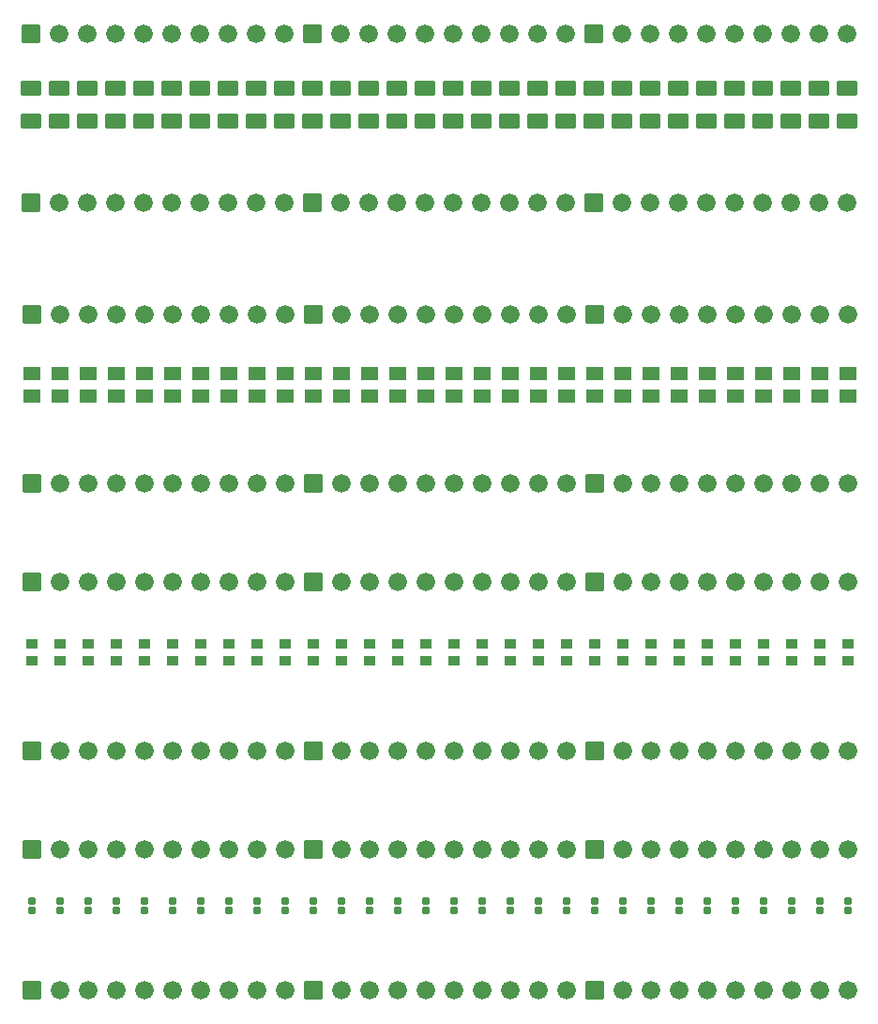
<source format=gts>
G04 Layer: TopSolderMaskLayer*
G04 EasyEDA v6.5.22, 2023-04-04 18:07:08*
G04 a67cddfb3fce44daa9051d46cbbcc19f,10*
G04 Gerber Generator version 0.2*
G04 Scale: 100 percent, Rotated: No, Reflected: No *
G04 Dimensions in inches *
G04 leading zeros omitted , absolute positions ,3 integer and 6 decimal *
%FSLAX36Y36*%
%MOIN*%

%AMMACRO1*1,1,$1,$2,$3*1,1,$1,$4,$5*1,1,$1,0-$2,0-$3*1,1,$1,0-$4,0-$5*20,1,$1,$2,$3,$4,$5,0*20,1,$1,$4,$5,0-$2,0-$3,0*20,1,$1,0-$2,0-$3,0-$4,0-$5,0*20,1,$1,0-$4,0-$5,$2,$3,0*4,1,4,$2,$3,$4,$5,0-$2,0-$3,0-$4,0-$5,$2,$3,0*%
%ADD10C,0.0660*%
%ADD11MACRO1,0.004X-0.031X0.031X0.031X0.031*%
%ADD12MACRO1,0.004X-0.0271X0.0223X0.0271X0.0223*%
%ADD13MACRO1,0.004X-0.0271X-0.0223X0.0271X-0.0223*%
%ADD14MACRO1,0.004X-0.017X0.0159X0.017X0.0159*%
%ADD15MACRO1,0.004X-0.017X-0.0159X0.017X-0.0159*%
%ADD16MACRO1,0.004X-0.0106X0.0111X0.0106X0.0111*%
%ADD17MACRO1,0.004X-0.0106X-0.0111X0.0106X-0.0111*%
%ADD18MACRO1,0.004X-0.0335X0.0238X0.0335X0.0238*%
%ADD19MACRO1,0.004X-0.0335X-0.0238X0.0335X-0.0238*%
%ADD20C,0.0130*%

%LPD*%
D10*
G01*
X2453140Y2603139D03*
G01*
X2353140Y2603139D03*
G01*
X2253140Y2603139D03*
G01*
X2153140Y2603139D03*
G01*
X2053140Y2603139D03*
G01*
X1953140Y2603139D03*
G01*
X1853140Y2603139D03*
G01*
X1753140Y2603139D03*
G01*
X1653140Y2603139D03*
D11*
G01*
X1553143Y2603143D03*
D10*
G01*
X2453140Y2003139D03*
G01*
X2353140Y2003139D03*
G01*
X2253140Y2003139D03*
G01*
X2153140Y2003139D03*
G01*
X2053140Y2003139D03*
G01*
X1953140Y2003139D03*
G01*
X1853140Y2003139D03*
G01*
X1753140Y2003139D03*
G01*
X1653140Y2003139D03*
D11*
G01*
X1553143Y2003143D03*
D10*
G01*
X1453149Y1653139D03*
G01*
X1353149Y1653139D03*
G01*
X1253149Y1653139D03*
G01*
X1153149Y1653139D03*
G01*
X1053149Y1653139D03*
G01*
X953149Y1653139D03*
G01*
X853149Y1653139D03*
G01*
X753150Y1653139D03*
G01*
X653150Y1653139D03*
D11*
G01*
X553145Y1653144D03*
D10*
G01*
X1453149Y1053150D03*
G01*
X1353149Y1053150D03*
G01*
X1253149Y1053150D03*
G01*
X1153149Y1053150D03*
G01*
X1053149Y1053150D03*
G01*
X953149Y1053150D03*
G01*
X853149Y1053150D03*
G01*
X753150Y1053150D03*
G01*
X653150Y1053150D03*
D11*
G01*
X553145Y1053145D03*
D10*
G01*
X2453140Y1653139D03*
G01*
X2353140Y1653139D03*
G01*
X2253140Y1653139D03*
G01*
X2153140Y1653139D03*
G01*
X2053140Y1653139D03*
G01*
X1953140Y1653139D03*
G01*
X1853140Y1653139D03*
G01*
X1753140Y1653139D03*
G01*
X1653140Y1653139D03*
D11*
G01*
X1553143Y1653144D03*
D10*
G01*
X2453140Y1053150D03*
G01*
X2353140Y1053150D03*
G01*
X2253140Y1053150D03*
G01*
X2153140Y1053150D03*
G01*
X2053140Y1053150D03*
G01*
X1953140Y1053150D03*
G01*
X1853140Y1053150D03*
G01*
X1753140Y1053150D03*
G01*
X1653140Y1053150D03*
D11*
G01*
X1553143Y1053145D03*
D10*
G01*
X3453140Y1653139D03*
G01*
X3353140Y1653139D03*
G01*
X3253140Y1653139D03*
G01*
X3153140Y1653139D03*
G01*
X3053140Y1653139D03*
G01*
X2953140Y1653139D03*
G01*
X2853140Y1653139D03*
G01*
X2753140Y1653139D03*
G01*
X2653140Y1653139D03*
D11*
G01*
X2553142Y1653144D03*
D10*
G01*
X3453140Y1053150D03*
G01*
X3353140Y1053150D03*
G01*
X3253140Y1053150D03*
G01*
X3153140Y1053150D03*
G01*
X3053140Y1053150D03*
G01*
X2953140Y1053150D03*
G01*
X2853140Y1053150D03*
G01*
X2753140Y1053150D03*
G01*
X2653140Y1053150D03*
D11*
G01*
X2553142Y1053145D03*
D12*
G01*
X553146Y2313770D03*
D13*
G01*
X553146Y2392515D03*
D12*
G01*
X653146Y2313770D03*
D13*
G01*
X653146Y2392515D03*
D12*
G01*
X753147Y2313770D03*
D13*
G01*
X753147Y2392515D03*
D12*
G01*
X853146Y2313770D03*
D13*
G01*
X853146Y2392515D03*
D12*
G01*
X953146Y2313770D03*
D13*
G01*
X953146Y2392515D03*
D12*
G01*
X1053146Y2313770D03*
D13*
G01*
X1053146Y2392515D03*
D12*
G01*
X1153146Y2313770D03*
D13*
G01*
X1153146Y2392515D03*
D12*
G01*
X1253146Y2313770D03*
D13*
G01*
X1253146Y2392515D03*
D12*
G01*
X1353144Y2313770D03*
D13*
G01*
X1353144Y2392515D03*
D12*
G01*
X1453144Y2313770D03*
D13*
G01*
X1453144Y2392515D03*
D12*
G01*
X1553144Y2313770D03*
D13*
G01*
X1553144Y2392515D03*
D12*
G01*
X1653144Y2313770D03*
D13*
G01*
X1653144Y2392515D03*
D12*
G01*
X1753144Y2313770D03*
D13*
G01*
X1753144Y2392515D03*
D12*
G01*
X1853143Y2313770D03*
D13*
G01*
X1853143Y2392515D03*
D12*
G01*
X1953143Y2313770D03*
D13*
G01*
X1953143Y2392515D03*
D12*
G01*
X2053143Y2313770D03*
D13*
G01*
X2053143Y2392515D03*
D12*
G01*
X2153143Y2313770D03*
D13*
G01*
X2153143Y2392515D03*
D12*
G01*
X2253143Y2313770D03*
D13*
G01*
X2253143Y2392515D03*
D12*
G01*
X2353143Y2313770D03*
D13*
G01*
X2353143Y2392515D03*
D12*
G01*
X2453143Y2313770D03*
D13*
G01*
X2453143Y2392515D03*
D12*
G01*
X2553143Y2313770D03*
D13*
G01*
X2553143Y2392515D03*
D12*
G01*
X2653143Y2313770D03*
D13*
G01*
X2653143Y2392515D03*
D12*
G01*
X2753143Y2313770D03*
D13*
G01*
X2753143Y2392515D03*
D12*
G01*
X2853142Y2313770D03*
D13*
G01*
X2853142Y2392515D03*
D12*
G01*
X2953142Y2313770D03*
D13*
G01*
X2953142Y2392515D03*
D12*
G01*
X3053142Y2313770D03*
D13*
G01*
X3053142Y2392515D03*
D12*
G01*
X3153142Y2313770D03*
D13*
G01*
X3153142Y2392515D03*
D12*
G01*
X3253142Y2313770D03*
D13*
G01*
X3253142Y2392515D03*
D12*
G01*
X3353141Y2313770D03*
D13*
G01*
X3353141Y2392515D03*
D12*
G01*
X3453141Y2313770D03*
D13*
G01*
X3453141Y2392515D03*
D14*
G01*
X553146Y1373489D03*
D15*
G01*
X553146Y1432800D03*
D14*
G01*
X653146Y1373489D03*
D15*
G01*
X653146Y1432800D03*
D14*
G01*
X753147Y1373489D03*
D15*
G01*
X753147Y1432800D03*
D14*
G01*
X853146Y1373489D03*
D15*
G01*
X853146Y1432800D03*
D14*
G01*
X953146Y1373489D03*
D15*
G01*
X953146Y1432800D03*
D14*
G01*
X1053146Y1373489D03*
D15*
G01*
X1053146Y1432800D03*
D14*
G01*
X1153146Y1373489D03*
D15*
G01*
X1153146Y1432800D03*
D14*
G01*
X1253146Y1373489D03*
D15*
G01*
X1253146Y1432800D03*
D14*
G01*
X1353144Y1373489D03*
D15*
G01*
X1353144Y1432800D03*
D14*
G01*
X1453144Y1373489D03*
D15*
G01*
X1453144Y1432800D03*
D14*
G01*
X1553144Y1373489D03*
D15*
G01*
X1553144Y1432800D03*
D14*
G01*
X1653144Y1373489D03*
D15*
G01*
X1653144Y1432800D03*
D14*
G01*
X1753144Y1373489D03*
D15*
G01*
X1753144Y1432800D03*
D14*
G01*
X1853143Y1373489D03*
D15*
G01*
X1853143Y1432800D03*
D14*
G01*
X1953143Y1373489D03*
D15*
G01*
X1953143Y1432800D03*
D14*
G01*
X2053143Y1373489D03*
D15*
G01*
X2053143Y1432800D03*
D14*
G01*
X2153143Y1373489D03*
D15*
G01*
X2153143Y1432800D03*
D14*
G01*
X2253143Y1373489D03*
D15*
G01*
X2253143Y1432800D03*
D14*
G01*
X2353143Y1373489D03*
D15*
G01*
X2353143Y1432800D03*
D14*
G01*
X2453143Y1373489D03*
D15*
G01*
X2453143Y1432800D03*
D14*
G01*
X2553143Y1373489D03*
D15*
G01*
X2553143Y1432800D03*
D14*
G01*
X2653143Y1373489D03*
D15*
G01*
X2653143Y1432800D03*
D14*
G01*
X2753143Y1373489D03*
D15*
G01*
X2753143Y1432800D03*
D14*
G01*
X2853142Y1373489D03*
D15*
G01*
X2853142Y1432800D03*
D14*
G01*
X2953142Y1373489D03*
D15*
G01*
X2953142Y1432800D03*
D14*
G01*
X3053142Y1373489D03*
D15*
G01*
X3053142Y1432800D03*
D14*
G01*
X3153142Y1373489D03*
D15*
G01*
X3153142Y1432800D03*
D14*
G01*
X3253142Y1373489D03*
D15*
G01*
X3253142Y1432800D03*
D14*
G01*
X3353141Y1373489D03*
D15*
G01*
X3353141Y1432800D03*
D14*
G01*
X3453141Y1373489D03*
D15*
G01*
X3453141Y1432800D03*
D10*
G01*
X1453149Y2603139D03*
G01*
X1353149Y2603139D03*
G01*
X1253149Y2603139D03*
G01*
X1153149Y2603139D03*
G01*
X1053149Y2603139D03*
G01*
X953149Y2603139D03*
G01*
X853149Y2603139D03*
G01*
X753150Y2603139D03*
G01*
X653150Y2603139D03*
D11*
G01*
X553145Y2603143D03*
D10*
G01*
X1453149Y2003139D03*
G01*
X1353149Y2003139D03*
G01*
X1253149Y2003139D03*
G01*
X1153149Y2003139D03*
G01*
X1053149Y2003139D03*
G01*
X953149Y2003139D03*
G01*
X853149Y2003139D03*
G01*
X753150Y2003139D03*
G01*
X653150Y2003139D03*
D11*
G01*
X553145Y2003143D03*
D10*
G01*
X3453140Y2603139D03*
G01*
X3353140Y2603139D03*
G01*
X3253140Y2603139D03*
G01*
X3153140Y2603139D03*
G01*
X3053140Y2603139D03*
G01*
X2953140Y2603139D03*
G01*
X2853140Y2603139D03*
G01*
X2753140Y2603139D03*
G01*
X2653140Y2603139D03*
D11*
G01*
X2553142Y2603143D03*
D10*
G01*
X3453140Y2003139D03*
G01*
X3353140Y2003139D03*
G01*
X3253140Y2003139D03*
G01*
X3153140Y2003139D03*
G01*
X3053140Y2003139D03*
G01*
X2953140Y2003139D03*
G01*
X2853140Y2003139D03*
G01*
X2753140Y2003139D03*
G01*
X2653140Y2003139D03*
D11*
G01*
X2553142Y2003143D03*
D10*
G01*
X1453149Y703150D03*
G01*
X1353149Y703150D03*
G01*
X1253149Y703150D03*
G01*
X1153149Y703150D03*
G01*
X1053149Y703150D03*
G01*
X953149Y703150D03*
G01*
X853149Y703150D03*
G01*
X753150Y703150D03*
G01*
X653150Y703150D03*
D11*
G01*
X553145Y703146D03*
D10*
G01*
X1453149Y203150D03*
G01*
X1353149Y203150D03*
G01*
X1253149Y203150D03*
G01*
X1153149Y203150D03*
G01*
X1053149Y203150D03*
G01*
X953149Y203150D03*
G01*
X853149Y203150D03*
G01*
X753150Y203150D03*
G01*
X653150Y203150D03*
D11*
G01*
X553145Y203148D03*
D10*
G01*
X2453140Y703150D03*
G01*
X2353140Y703150D03*
G01*
X2253140Y703150D03*
G01*
X2153140Y703150D03*
G01*
X2053140Y703150D03*
G01*
X1953140Y703150D03*
G01*
X1853140Y703150D03*
G01*
X1753140Y703150D03*
G01*
X1653140Y703150D03*
D11*
G01*
X1553143Y703146D03*
D10*
G01*
X2453140Y203150D03*
G01*
X2353140Y203150D03*
G01*
X2253140Y203150D03*
G01*
X2153140Y203150D03*
G01*
X2053140Y203150D03*
G01*
X1953140Y203150D03*
G01*
X1853140Y203150D03*
G01*
X1753140Y203150D03*
G01*
X1653140Y203150D03*
D11*
G01*
X1553143Y203148D03*
D10*
G01*
X3453140Y703150D03*
G01*
X3353140Y703150D03*
G01*
X3253140Y703150D03*
G01*
X3153140Y703150D03*
G01*
X3053140Y703150D03*
G01*
X2953140Y703150D03*
G01*
X2853140Y703150D03*
G01*
X2753140Y703150D03*
G01*
X2653140Y703150D03*
D11*
G01*
X2553142Y703146D03*
D10*
G01*
X3453140Y203150D03*
G01*
X3353140Y203150D03*
G01*
X3253140Y203150D03*
G01*
X3153140Y203150D03*
G01*
X3053140Y203150D03*
G01*
X2953140Y203150D03*
G01*
X2853140Y203150D03*
G01*
X2753140Y203150D03*
G01*
X2653140Y203150D03*
D11*
G01*
X2553142Y203148D03*
D16*
G01*
X553146Y486106D03*
D17*
G01*
X553146Y520187D03*
D16*
G01*
X653146Y486106D03*
D17*
G01*
X653146Y520187D03*
D16*
G01*
X753146Y486106D03*
D17*
G01*
X753146Y520187D03*
D16*
G01*
X853145Y486106D03*
D17*
G01*
X853145Y520187D03*
D16*
G01*
X953145Y486106D03*
D17*
G01*
X953145Y520187D03*
D16*
G01*
X1053145Y486106D03*
D17*
G01*
X1053145Y520187D03*
D16*
G01*
X1153145Y486106D03*
D17*
G01*
X1153145Y520187D03*
D16*
G01*
X1253145Y486106D03*
D17*
G01*
X1253145Y520187D03*
D16*
G01*
X1353144Y486106D03*
D17*
G01*
X1353144Y520187D03*
D16*
G01*
X1453144Y486106D03*
D17*
G01*
X1453144Y520187D03*
D16*
G01*
X1553144Y486106D03*
D17*
G01*
X1553144Y520187D03*
D16*
G01*
X1653144Y486106D03*
D17*
G01*
X1653144Y520187D03*
D16*
G01*
X1753144Y486106D03*
D17*
G01*
X1753144Y520187D03*
D16*
G01*
X1853144Y486106D03*
D17*
G01*
X1853144Y520187D03*
D16*
G01*
X1953144Y486106D03*
D17*
G01*
X1953144Y520187D03*
D16*
G01*
X2053144Y486106D03*
D17*
G01*
X2053144Y520187D03*
D16*
G01*
X2153144Y486106D03*
D17*
G01*
X2153144Y520187D03*
D16*
G01*
X2253144Y486106D03*
D17*
G01*
X2253144Y520187D03*
D16*
G01*
X2353143Y486106D03*
D17*
G01*
X2353143Y520187D03*
D16*
G01*
X2453143Y486106D03*
D17*
G01*
X2453143Y520187D03*
D16*
G01*
X2553143Y486106D03*
D17*
G01*
X2553143Y520187D03*
D16*
G01*
X2653143Y486106D03*
D17*
G01*
X2653143Y520187D03*
D16*
G01*
X2753143Y486106D03*
D17*
G01*
X2753143Y520187D03*
D16*
G01*
X2853141Y486106D03*
D17*
G01*
X2853141Y520187D03*
D16*
G01*
X2953141Y486106D03*
D17*
G01*
X2953141Y520187D03*
D16*
G01*
X3053141Y486106D03*
D17*
G01*
X3053141Y520187D03*
D16*
G01*
X3153141Y486106D03*
D17*
G01*
X3153141Y520187D03*
D16*
G01*
X3253141Y486106D03*
D17*
G01*
X3253141Y520187D03*
D16*
G01*
X3353141Y486106D03*
D17*
G01*
X3353141Y520187D03*
D16*
G01*
X3453141Y486106D03*
D17*
G01*
X3453141Y520187D03*
D18*
G01*
X550000Y3291775D03*
D19*
G01*
X550000Y3408213D03*
D18*
G01*
X650000Y3291775D03*
D19*
G01*
X650000Y3408213D03*
D18*
G01*
X749998Y3291775D03*
D19*
G01*
X749998Y3408213D03*
D18*
G01*
X849998Y3291775D03*
D19*
G01*
X849998Y3408213D03*
D18*
G01*
X949998Y3291775D03*
D19*
G01*
X949998Y3408213D03*
D18*
G01*
X1049998Y3291775D03*
D19*
G01*
X1049998Y3408213D03*
D18*
G01*
X1149998Y3291775D03*
D19*
G01*
X1149998Y3408213D03*
D18*
G01*
X1249998Y3291775D03*
D19*
G01*
X1249998Y3408213D03*
D18*
G01*
X1349992Y3291767D03*
D19*
G01*
X1349992Y3408206D03*
D18*
G01*
X1449992Y3291767D03*
D19*
G01*
X1449992Y3408206D03*
D10*
G01*
X1450000Y3599989D03*
G01*
X1350000Y3599989D03*
G01*
X1250000Y3599989D03*
G01*
X1150000Y3599989D03*
G01*
X1050000Y3599989D03*
G01*
X950000Y3599989D03*
G01*
X850000Y3599989D03*
G01*
X750000Y3599989D03*
G01*
X650000Y3599989D03*
D11*
G01*
X549998Y3599992D03*
D10*
G01*
X1450000Y2999989D03*
G01*
X1350000Y2999989D03*
G01*
X1250000Y2999989D03*
G01*
X1150000Y2999989D03*
G01*
X1050000Y2999989D03*
G01*
X950000Y2999989D03*
G01*
X850000Y2999989D03*
G01*
X750000Y2999989D03*
G01*
X650000Y2999989D03*
D11*
G01*
X549998Y2999993D03*
D10*
G01*
X2450000Y3599989D03*
G01*
X2350000Y3599989D03*
G01*
X2250000Y3599989D03*
G01*
X2150000Y3599989D03*
G01*
X2050000Y3599989D03*
G01*
X1950000Y3599989D03*
G01*
X1850000Y3599989D03*
G01*
X1750000Y3599989D03*
G01*
X1650000Y3599989D03*
D11*
G01*
X1549995Y3599992D03*
D10*
G01*
X2450000Y2999989D03*
G01*
X2350000Y2999989D03*
G01*
X2250000Y2999989D03*
G01*
X2150000Y2999989D03*
G01*
X2050000Y2999989D03*
G01*
X1950000Y2999989D03*
G01*
X1850000Y2999989D03*
G01*
X1750000Y2999989D03*
G01*
X1650000Y2999989D03*
D11*
G01*
X1549995Y2999993D03*
D10*
G01*
X3449989Y3599989D03*
G01*
X3349989Y3599989D03*
G01*
X3249989Y3599989D03*
G01*
X3149989Y3599989D03*
G01*
X3049989Y3599989D03*
G01*
X2949989Y3599989D03*
G01*
X2849989Y3599989D03*
G01*
X2749989Y3599989D03*
G01*
X2649989Y3599989D03*
D11*
G01*
X2549994Y3599992D03*
D10*
G01*
X3449989Y2999989D03*
G01*
X3349989Y2999989D03*
G01*
X3249989Y2999989D03*
G01*
X3149989Y2999989D03*
G01*
X3049989Y2999989D03*
G01*
X2949989Y2999989D03*
G01*
X2849989Y2999989D03*
G01*
X2749989Y2999989D03*
G01*
X2649989Y2999989D03*
D11*
G01*
X2549994Y2999993D03*
D18*
G01*
X1549994Y3291775D03*
D19*
G01*
X1549994Y3408213D03*
D18*
G01*
X1649994Y3291775D03*
D19*
G01*
X1649994Y3408213D03*
D18*
G01*
X1749994Y3291775D03*
D19*
G01*
X1749994Y3408213D03*
D18*
G01*
X1849994Y3291775D03*
D19*
G01*
X1849994Y3408213D03*
D18*
G01*
X1949994Y3291775D03*
D19*
G01*
X1949994Y3408213D03*
D18*
G01*
X2049994Y3291775D03*
D19*
G01*
X2049994Y3408213D03*
D18*
G01*
X2149994Y3291775D03*
D19*
G01*
X2149994Y3408213D03*
D18*
G01*
X2249994Y3291775D03*
D19*
G01*
X2249994Y3408213D03*
D18*
G01*
X2349994Y3291775D03*
D19*
G01*
X2349994Y3408213D03*
D18*
G01*
X2449992Y3291775D03*
D19*
G01*
X2449992Y3408213D03*
D18*
G01*
X2549992Y3291775D03*
D19*
G01*
X2549992Y3408213D03*
D18*
G01*
X2649992Y3291775D03*
D19*
G01*
X2649992Y3408213D03*
D18*
G01*
X2749992Y3291775D03*
D19*
G01*
X2749992Y3408213D03*
D18*
G01*
X2849992Y3291775D03*
D19*
G01*
X2849992Y3408213D03*
D18*
G01*
X2949992Y3291775D03*
D19*
G01*
X2949992Y3408213D03*
D18*
G01*
X3049992Y3291775D03*
D19*
G01*
X3049992Y3408213D03*
D18*
G01*
X3149992Y3291775D03*
D19*
G01*
X3149992Y3408213D03*
D18*
G01*
X3249992Y3291775D03*
D19*
G01*
X3249992Y3408213D03*
D18*
G01*
X3349992Y3291775D03*
D19*
G01*
X3349992Y3408213D03*
D18*
G01*
X3449992Y3291775D03*
D19*
G01*
X3449992Y3408213D03*
M02*

</source>
